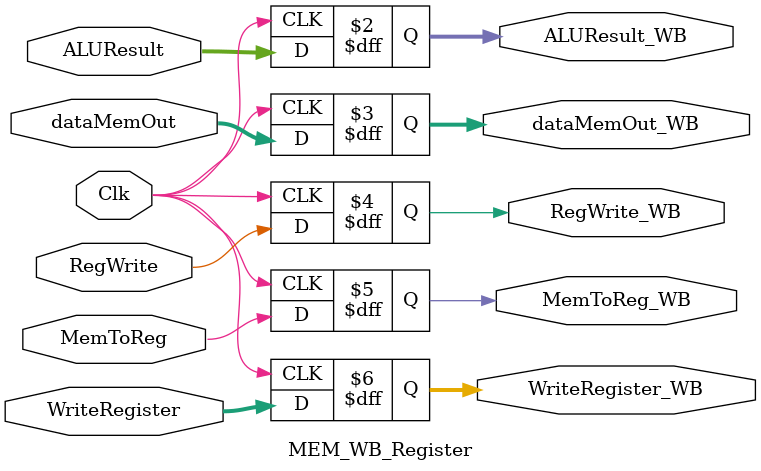
<source format=v>
`timescale 1ns / 1ps

module MEM_WB_Register(Clk, ALUResult, dataMemOut, RegWrite, MemToReg, WriteRegister,ALUResult_WB, dataMemOut_WB, RegWrite_WB, MemToReg_WB, WriteRegister_WB);

  input Clk;
  input [31:0] ALUResult;
  input [31:0] dataMemOut;
  input RegWrite, MemToReg;
  input [4:0] WriteRegister;

  output reg [31:0] ALUResult_WB;
  output reg [31:0] dataMemOut_WB;
  output reg  RegWrite_WB, MemToReg_WB;
  output reg [4:0] WriteRegister_WB;

 /* always @(reset) begin
    if (reset == 1) begin
      ALUResult_WB <= 0;
      dataMemOut_WB <= 0;
      RegWrite_WB <= 0;
      MemToReg_WB <= 0;
      Branch_WB <= 0;
      MemRead_WB <= 0;
      MemWrite_WB <= 0;
      WriteRegister_WB <= 0;
    end
  end*/

  always @(posedge Clk) begin
    ALUResult_WB <= ALUResult;
    dataMemOut_WB <= dataMemOut;
    RegWrite_WB <= RegWrite;
    MemToReg_WB <= MemToReg;

  //  MemRead_WB <= MemRead;
  //  MemWrite_WB <= MemWrite;
    WriteRegister_WB <= WriteRegister;
  end


endmodule
</source>
